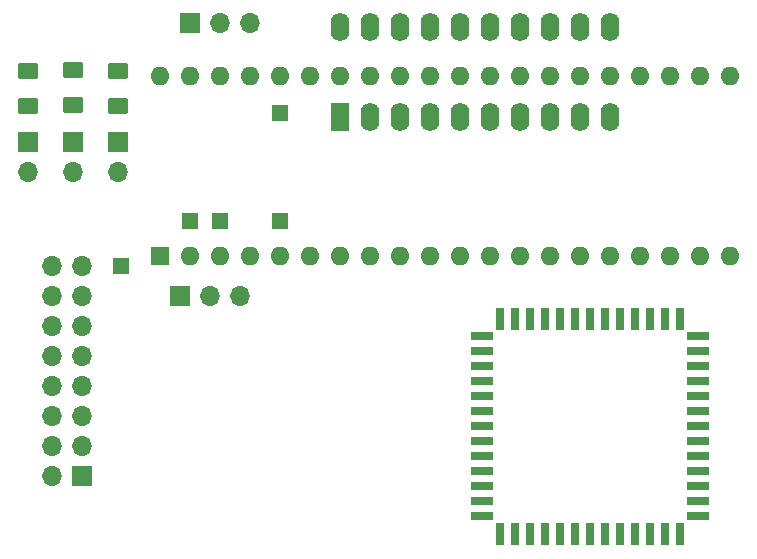
<source format=gbr>
%TF.GenerationSoftware,KiCad,Pcbnew,7.0.9-7.0.9~ubuntu20.04.1*%
%TF.CreationDate,2023-12-30T20:23:19+01:00*%
%TF.ProjectId,6303_PLCC,36333033-5f50-44c4-9343-2e6b69636164,rev?*%
%TF.SameCoordinates,Original*%
%TF.FileFunction,Soldermask,Top*%
%TF.FilePolarity,Negative*%
%FSLAX46Y46*%
G04 Gerber Fmt 4.6, Leading zero omitted, Abs format (unit mm)*
G04 Created by KiCad (PCBNEW 7.0.9-7.0.9~ubuntu20.04.1) date 2023-12-30 20:23:19*
%MOMM*%
%LPD*%
G01*
G04 APERTURE LIST*
G04 Aperture macros list*
%AMRoundRect*
0 Rectangle with rounded corners*
0 $1 Rounding radius*
0 $2 $3 $4 $5 $6 $7 $8 $9 X,Y pos of 4 corners*
0 Add a 4 corners polygon primitive as box body*
4,1,4,$2,$3,$4,$5,$6,$7,$8,$9,$2,$3,0*
0 Add four circle primitives for the rounded corners*
1,1,$1+$1,$2,$3*
1,1,$1+$1,$4,$5*
1,1,$1+$1,$6,$7*
1,1,$1+$1,$8,$9*
0 Add four rect primitives between the rounded corners*
20,1,$1+$1,$2,$3,$4,$5,0*
20,1,$1+$1,$4,$5,$6,$7,0*
20,1,$1+$1,$6,$7,$8,$9,0*
20,1,$1+$1,$8,$9,$2,$3,0*%
G04 Aperture macros list end*
%ADD10R,1.700000X1.700000*%
%ADD11O,1.700000X1.700000*%
%ADD12R,1.350000X1.350000*%
%ADD13R,1.600000X1.600000*%
%ADD14O,1.600000X1.600000*%
%ADD15RoundRect,0.250001X-0.624999X0.462499X-0.624999X-0.462499X0.624999X-0.462499X0.624999X0.462499X0*%
%ADD16R,1.600000X2.400000*%
%ADD17O,1.600000X2.400000*%
%ADD18R,1.925000X0.700000*%
%ADD19R,0.700000X1.925000*%
G04 APERTURE END LIST*
D10*
%TO.C,J1*%
X167132000Y-71374000D03*
D11*
X164592000Y-71374000D03*
X167132000Y-68834000D03*
X164592000Y-68834000D03*
X167132000Y-66294000D03*
X164592000Y-66294000D03*
X167132000Y-63754000D03*
X164592000Y-63754000D03*
X167132000Y-61214000D03*
X164592000Y-61214000D03*
X167132000Y-58674000D03*
X164592000Y-58674000D03*
X167132000Y-56134000D03*
X164592000Y-56134000D03*
X167132000Y-53594000D03*
X164592000Y-53594000D03*
%TD*%
D10*
%TO.C,JP3*%
X170180000Y-43154000D03*
D11*
X170180000Y-45694000D03*
%TD*%
D10*
%TO.C,JP1*%
X162600000Y-43125000D03*
D11*
X162600000Y-45665000D03*
%TD*%
D10*
%TO.C,JP5*%
X175463200Y-56184800D03*
D11*
X178003200Y-56184800D03*
X180543200Y-56184800D03*
%TD*%
D12*
%TO.C,J4*%
X183896000Y-40640000D03*
%TD*%
D13*
%TO.C,U3*%
X173736000Y-52730400D03*
D14*
X176276000Y-52730400D03*
X178816000Y-52730400D03*
X181356000Y-52730400D03*
X183896000Y-52730400D03*
X186436000Y-52730400D03*
X188976000Y-52730400D03*
X191516000Y-52730400D03*
X194056000Y-52730400D03*
X196596000Y-52730400D03*
X199136000Y-52730400D03*
X201676000Y-52730400D03*
X204216000Y-52730400D03*
X206756000Y-52730400D03*
X209296000Y-52730400D03*
X211836000Y-52730400D03*
X214376000Y-52730400D03*
X216916000Y-52730400D03*
X219456000Y-52730400D03*
X221996000Y-52730400D03*
X221996000Y-37490400D03*
X219456000Y-37490400D03*
X216916000Y-37490400D03*
X214376000Y-37490400D03*
X211836000Y-37490400D03*
X209296000Y-37490400D03*
X206756000Y-37490400D03*
X204216000Y-37490400D03*
X201676000Y-37490400D03*
X199136000Y-37490400D03*
X196596000Y-37490400D03*
X194056000Y-37490400D03*
X191516000Y-37490400D03*
X188976000Y-37490400D03*
X186436000Y-37490400D03*
X183896000Y-37490400D03*
X181356000Y-37490400D03*
X178816000Y-37490400D03*
X176276000Y-37490400D03*
X173736000Y-37490400D03*
%TD*%
D10*
%TO.C,JP2*%
X166400000Y-43139000D03*
D11*
X166400000Y-45679000D03*
%TD*%
D12*
%TO.C,J2*%
X170434000Y-53594000D03*
%TD*%
%TO.C,J5*%
X176276000Y-49784000D03*
%TD*%
%TO.C,J6*%
X183896000Y-49784000D03*
%TD*%
D15*
%TO.C,D2*%
X166400000Y-37025000D03*
X166400000Y-40000000D03*
%TD*%
D10*
%TO.C,JP6*%
X176276000Y-33020000D03*
D11*
X178816000Y-33020000D03*
X181356000Y-33020000D03*
%TD*%
D15*
%TO.C,D3*%
X170200000Y-37112500D03*
X170200000Y-40087500D03*
%TD*%
D16*
%TO.C,U2*%
X188976000Y-41000000D03*
D17*
X191516000Y-41000000D03*
X194056000Y-41000000D03*
X196596000Y-41000000D03*
X199136000Y-41000000D03*
X201676000Y-41000000D03*
X204216000Y-41000000D03*
X206756000Y-41000000D03*
X209296000Y-41000000D03*
X211836000Y-41000000D03*
X211836000Y-33380000D03*
X209296000Y-33380000D03*
X206756000Y-33380000D03*
X204216000Y-33380000D03*
X201676000Y-33380000D03*
X199136000Y-33380000D03*
X196596000Y-33380000D03*
X194056000Y-33380000D03*
X191516000Y-33380000D03*
X188976000Y-33380000D03*
%TD*%
D15*
%TO.C,D1*%
X162600000Y-37112500D03*
X162600000Y-40087500D03*
%TD*%
D12*
%TO.C,J3*%
X178816000Y-49784000D03*
%TD*%
D18*
%TO.C,U1*%
X201027100Y-67196900D03*
X201027100Y-68466900D03*
X201027100Y-69736900D03*
X201027100Y-71006900D03*
X201027100Y-72276900D03*
X201027100Y-73546900D03*
X201027100Y-74816900D03*
D19*
X202539600Y-76329400D03*
X203809600Y-76329400D03*
X205079600Y-76329400D03*
X206349600Y-76329400D03*
X207619600Y-76329400D03*
X208889600Y-76329400D03*
X210159600Y-76329400D03*
X211429600Y-76329400D03*
X212699600Y-76329400D03*
X213969600Y-76329400D03*
X215239600Y-76329400D03*
X216509600Y-76329400D03*
X217779600Y-76329400D03*
D18*
X219292100Y-74816900D03*
X219292100Y-73546900D03*
X219292100Y-72276900D03*
X219292100Y-71006900D03*
X219292100Y-69736900D03*
X219292100Y-68466900D03*
X219292100Y-67196900D03*
X219292100Y-65926900D03*
X219292100Y-64656900D03*
X219292100Y-63386900D03*
X219292100Y-62116900D03*
X219292100Y-60846900D03*
X219292100Y-59576900D03*
D19*
X217779600Y-58064400D03*
X216509600Y-58064400D03*
X215239600Y-58064400D03*
X213969600Y-58064400D03*
X212699600Y-58064400D03*
X211429600Y-58064400D03*
X210159600Y-58064400D03*
X208889600Y-58064400D03*
X207619600Y-58064400D03*
X206349600Y-58064400D03*
X205079600Y-58064400D03*
X203809600Y-58064400D03*
X202539600Y-58064400D03*
D18*
X201027100Y-59576900D03*
X201027100Y-60846900D03*
X201027100Y-62116900D03*
X201027100Y-63386900D03*
X201027100Y-64656900D03*
X201027100Y-65926900D03*
%TD*%
M02*

</source>
